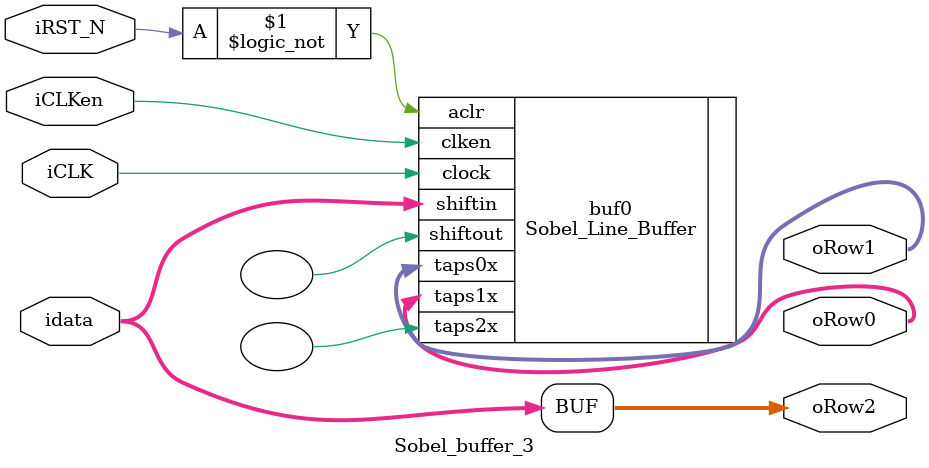
<source format=v>
module Sobel_buffer_3(
    input         iCLK,
    input         iRST_N,
    input         iCLKen,
    input  [7:0]  idata,
    output [7:0]  oRow0,
    output [7:0]  oRow1,
    output [7:0]  oRow2
);

assign oRow2 = idata;

Sobel_Line_Buffer buf0(
	.aclr(!iRST_N),
    .clken(iCLKen),
	.clock(iCLK),
	.shiftin(idata),
	.shiftout(),
	.taps0x(oRow1),
	.taps1x(oRow0),
    .taps2x()
);

endmodule
</source>
